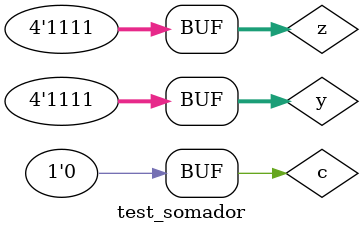
<source format=v>

module adder (output  s0, output s1,
input  a, 
input  b);

xor XOR1 (s0,a,b);
and AND1 (s1,a,b);

endmodule//adder

module fulladder (output  s0, output s1,
input  a, 
input  b,
input  c);
wire x,y,z;

adder AD1 (x,y,a,b);
adder AD2 (s0,z,x,c);
or OR1 (s1,z,y);

endmodule//fulladder

module somador (output  s0, output  s1, output  s2, output  s3,
input  [3:0] a, 
input  [3:0] b,
input c);

wire w,p,q,r;

fulladder FA1(s0,w,a[0],b[0],c);
fulladder FA2(s1,p,a[1],b[1],w);
fulladder FA3(s2,q,a[2],b[2],p);
fulladder FA4(s3,r,a[3],b[3],q);

endmodule//somador

module test_somador; 
// ------------------------- definir dados 
reg [3:0] y,z;  
reg c;
wire g,h,i,j;
somador modulo1 (g,h,i,j,y,z,c);
// ------------------------- parte principal 
initial begin 
$display("Exemplo0021 - Gabriel Luiz M. G. Vieira - 441691"); 
$display("Test LU's module"); 
y = 4'b0000; z = 4'b0000; c = 'b0;
// projetar testes do modulo 
#1 $monitor("%4b  %4b  %4b = %4b%4b%4b%4b ",z,y,c,j,i,h,g);
#1 y = 4'b0001; z = 4'b0000; c = 'b0;
#1 y = 4'b0001; z = 4'b0001; c = 'b0;
#1 y = 4'b0010; z = 4'b0001; c = 'b0;
#1 y = 4'b0010; z = 4'b0010; c = 'b0;
#1 y = 4'b0011; z = 4'b0010; c = 'b0;
#1 y = 4'b0011; z = 4'b0011; c = 'b0;
#1 y = 4'b0100; z = 4'b0011; c = 'b0;
#1 y = 4'b0100; z = 4'b0100; c = 'b0;
#1 y = 4'b0101; z = 4'b0100; c = 'b0;
#1 y = 4'b0101; z = 4'b0101; c = 'b0;
#1 y = 4'b0110; z = 4'b0101; c = 'b0;
#1 y = 4'b0110; z = 4'b0110; c = 'b0;
#1 y = 4'b0111; z = 4'b0110; c = 'b0;
#1 y = 4'b0111; z = 4'b0111; c = 'b0;
#1 y = 4'b1000; z = 4'b0111; c = 'b0;
#1 y = 4'b1000; z = 4'b1000; c = 'b0;
#1 y = 4'b1001; z = 4'b1000; c = 'b0;
#1 y = 4'b1001; z = 4'b1001; c = 'b0;
#1 y = 4'b1010; z = 4'b1001; c = 'b0;
#1 y = 4'b1010; z = 4'b1010; c = 'b0;
#1 y = 4'b1011; z = 4'b1010; c = 'b0;
#1 y = 4'b1011; z = 4'b1011; c = 'b0;
#1 y = 4'b1100; z = 4'b1011; c = 'b0;
#1 y = 4'b1100; z = 4'b1100; c = 'b0;
#1 y = 4'b1101; z = 4'b1100; c = 'b0;
#1 y = 4'b1101; z = 4'b1101; c = 'b0;
#1 y = 4'b1110; z = 4'b1101; c = 'b0;
#1 y = 4'b1110; z = 4'b1110; c = 'b0;
#1 y = 4'b1111; z = 4'b1110; c = 'b0;
#1 y = 4'b1111; z = 4'b1111; c = 'b0;
end 
endmodule // test_somador 
</source>
